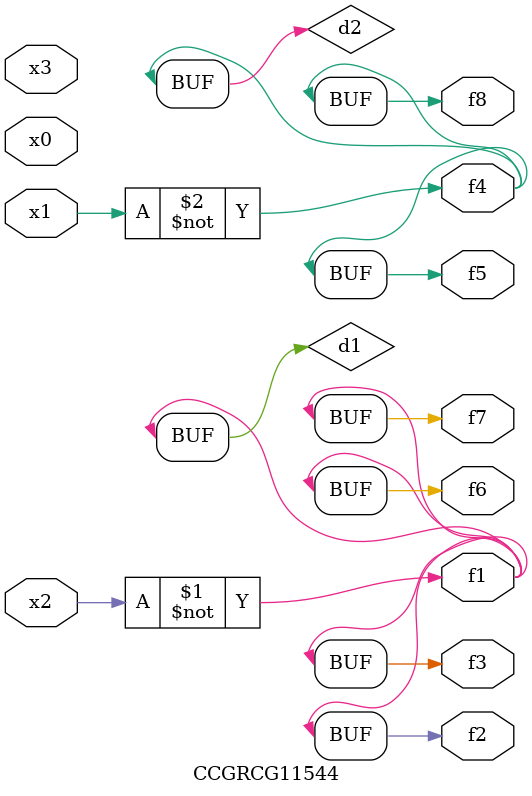
<source format=v>
module CCGRCG11544(
	input x0, x1, x2, x3,
	output f1, f2, f3, f4, f5, f6, f7, f8
);

	wire d1, d2;

	xnor (d1, x2);
	not (d2, x1);
	assign f1 = d1;
	assign f2 = d1;
	assign f3 = d1;
	assign f4 = d2;
	assign f5 = d2;
	assign f6 = d1;
	assign f7 = d1;
	assign f8 = d2;
endmodule

</source>
